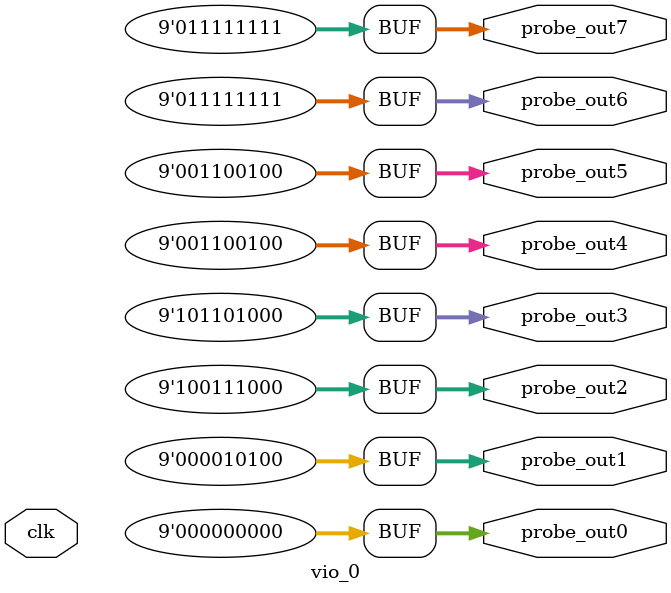
<source format=v>
`timescale 1ns / 1ps
module vio_0 (
clk,

probe_out0,
probe_out1,
probe_out2,
probe_out3,
probe_out4,
probe_out5,
probe_out6,
probe_out7
);

input clk;

output reg [8 : 0] probe_out0 = 'h000 ;
output reg [8 : 0] probe_out1 = 'h014 ;
output reg [8 : 0] probe_out2 = 'h138 ;
output reg [8 : 0] probe_out3 = 'h168 ;
output reg [8 : 0] probe_out4 = 'h064 ;
output reg [8 : 0] probe_out5 = 'h064 ;
output reg [8 : 0] probe_out6 = 'h0FF ;
output reg [8 : 0] probe_out7 = 'h0FF ;


endmodule

</source>
